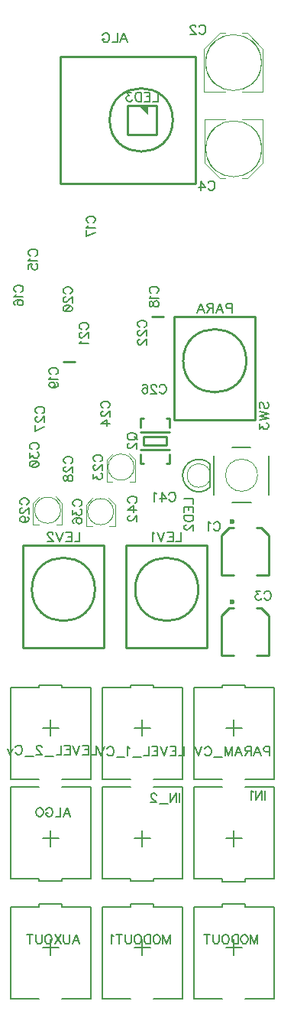
<source format=gbo>
G04 DipTrace 3.2.0.1*
G04 Mwarp.GBO*
%MOIN*%
G04 #@! TF.FileFunction,Legend,Bot*
G04 #@! TF.Part,Single*
%ADD10C,0.009843*%
%ADD16C,0.008*%
%ADD20C,0.006*%
%ADD25C,0.005984*%
%ADD28C,0.02362*%
%ADD29C,0.000013*%
%ADD30C,0.004*%
%ADD34C,0.005*%
%ADD78C,0.006176*%
%FSLAX26Y26*%
G04*
G70*
G90*
G75*
G01*
G04 BotSilk*
%LPD*%
X1220222Y3968533D2*
D10*
X629665D1*
Y4519746D1*
X1220222D1*
Y3968533D1*
X846237Y4244172D2*
G02X846237Y4244172I137797J0D01*
G01*
X552854Y1112768D2*
D20*
X622889D1*
X587889Y1147715D2*
Y1077772D1*
X637904Y937885D2*
X762889D1*
X537874D2*
X412889D1*
X537874Y1337894D2*
X412889D1*
X637904D2*
X762889D1*
Y937885D1*
X412889D2*
Y1337894D1*
X537874Y937885D2*
D25*
Y925411D1*
X637904D1*
Y937885D1*
X622924Y638010D2*
D20*
X552889D1*
X587889Y603063D2*
Y673007D1*
X537874Y812894D2*
X412889D1*
X637904D2*
X762889D1*
X637904Y412884D2*
X762889D1*
X537874D2*
X412889D1*
Y812894D1*
X762889D2*
Y412884D1*
X637904Y812894D2*
D25*
Y825368D1*
X537874D1*
Y812894D1*
X1333558Y2259642D2*
D10*
X1388687D1*
X1333558D2*
Y2434835D1*
X1367028Y2468301D2*
X1333558Y2434835D1*
X1367028Y2468301D2*
X1388687D1*
X1487091Y2259642D2*
X1542220D1*
Y2434835D1*
X1508750Y2468301D2*
X1542220Y2434835D1*
X1487091Y2468301D2*
X1508750D1*
D28*
X1380799Y2493892D3*
X1265110Y4494140D2*
D29*
G02X1265110Y4494140I122041J0D01*
G01*
X1424565Y4366177D2*
D30*
X1515104D1*
Y4555158D1*
X1448185Y4622103D1*
X1424565D1*
X1349738D2*
X1326118D1*
X1259199Y4555158D1*
Y4366177D1*
X1349738D1*
X1424565Y4378000D2*
G03X1424565Y4610280I-37416J116140D01*
G01*
X1349738Y4378000D2*
G02X1349738Y4610280I37416J116140D01*
G01*
X1333558Y1909642D2*
D10*
X1388687D1*
X1333558D2*
Y2084835D1*
X1367028Y2118301D2*
X1333558Y2084835D1*
X1367028Y2118301D2*
X1388687D1*
X1487091Y1909642D2*
X1542220D1*
Y2084835D1*
X1508750Y2118301D2*
X1542220Y2084835D1*
X1487091Y2118301D2*
X1508750D1*
D28*
X1380799Y2143892D3*
X1265848Y4118401D2*
D29*
G02X1265848Y4118401I122041J0D01*
G01*
X1350476Y4246364D2*
D30*
X1259936D1*
Y4057383D1*
X1326856Y3990438D1*
X1350476D1*
X1425302D2*
X1448923D1*
X1515842Y4057383D1*
Y4246364D1*
X1425302D1*
X1350476Y4234541D2*
G03X1350476Y4002261I37416J-116140D01*
G01*
X1425302Y4234541D2*
G02X1425302Y4002261I-37416J-116140D01*
G01*
X694711Y3191553D2*
D10*
X643569D1*
X1081460Y3387499D2*
X1030318D1*
X838806Y2730959D2*
D29*
G02X838806Y2730959I57083J0D01*
G01*
X933294Y2687657D2*
D30*
G03X933294Y2774260I-37399J43302D01*
G01*
X858484Y2687657D2*
G02X860462Y2776234I37384J43476D01*
G01*
X933294Y2667971D2*
X958881D1*
Y2762452D1*
X931316Y2790016D1*
X860462D2*
X832897Y2762452D1*
Y2667971D1*
X858484D1*
X518306Y2542959D2*
D29*
G02X518306Y2542959I57083J0D01*
G01*
X612794Y2499657D2*
D30*
G03X612794Y2586260I-37399J43302D01*
G01*
X537984Y2499657D2*
G02X539962Y2588234I37384J43476D01*
G01*
X612794Y2479971D2*
X638381D1*
Y2574452D1*
X610816Y2602016D1*
X539962D2*
X512397Y2574452D1*
Y2479971D1*
X537984D1*
X749556Y2536709D2*
D29*
G02X749556Y2536709I57083J0D01*
G01*
X844044Y2493408D2*
D30*
G03X844044Y2580011I-37399J43302D01*
G01*
X769235Y2493408D2*
G02X771213Y2581985I37384J43476D01*
G01*
X844044Y2473722D2*
X869632D1*
Y2568203D1*
X842066Y2595767D1*
X771213D2*
X743648Y2568203D1*
Y2473722D1*
X769235D1*
X1352854Y1112519D2*
D20*
X1422889D1*
X1387889Y1147466D2*
Y1077522D1*
X1437904Y937635D2*
X1562889D1*
X1337874D2*
X1212889D1*
X1337874Y1337645D2*
X1212889D1*
X1437904D2*
X1562889D1*
Y937635D1*
X1212889D2*
Y1337645D1*
X1337874Y937635D2*
D25*
Y925161D1*
X1437904D1*
Y937635D1*
X952854Y1112768D2*
D20*
X1022889D1*
X987889Y1147715D2*
Y1077772D1*
X1037904Y937885D2*
X1162889D1*
X937874D2*
X812889D1*
X937874Y1337894D2*
X812889D1*
X1037904D2*
X1162889D1*
Y937885D1*
X812889D2*
Y1337894D1*
X937874Y937885D2*
D25*
Y925411D1*
X1037904D1*
Y937885D1*
X1184196Y2694140D2*
D29*
G02X1184196Y2694140I51182J0D01*
G01*
X1285378Y2744149D2*
D34*
G03X1285378Y2644131I-49995J-50009D01*
G01*
Y2744149D2*
Y2644131D1*
X1272501Y2389083D2*
D10*
X918277D1*
Y1942207D1*
X1272501D1*
Y2389083D1*
X957616Y2198143D2*
G02X957616Y2198143I137751J0D01*
G01*
X821501Y2389083D2*
X467277D1*
Y1942207D1*
X821501D1*
Y2389083D1*
X506616Y2198143D2*
G02X506616Y2198143I137751J0D01*
G01*
X1022924Y1594261D2*
D20*
X952889D1*
X987889Y1559314D2*
Y1629257D1*
X937874Y1769144D2*
X812889D1*
X1037904D2*
X1162889D1*
X1037904Y1369135D2*
X1162889D1*
X937874D2*
X812889D1*
Y1769144D1*
X1162889D2*
Y1369135D1*
X1037904Y1769144D2*
D25*
Y1781618D1*
X937874D1*
Y1769144D1*
X622924Y1594261D2*
D20*
X552889D1*
X587889Y1559314D2*
Y1629257D1*
X537874Y1769144D2*
X412889D1*
X637904D2*
X762889D1*
X637904Y1369135D2*
X762889D1*
X537874D2*
X412889D1*
Y1769144D1*
X762889D2*
Y1369135D1*
X637904Y1769144D2*
D25*
Y1781618D1*
X537874D1*
Y1769144D1*
X1422924Y638010D2*
D20*
X1352889D1*
X1387889Y603063D2*
Y673007D1*
X1337874Y812894D2*
X1212889D1*
X1437904D2*
X1562889D1*
X1437904Y412884D2*
X1562889D1*
X1337874D2*
X1212889D1*
Y812894D1*
X1562889D2*
Y412884D1*
X1437904Y812894D2*
D25*
Y825368D1*
X1337874D1*
Y812894D1*
X1022924Y638010D2*
D20*
X952889D1*
X987889Y603063D2*
Y673007D1*
X937874Y812894D2*
X812889D1*
X1037904D2*
X1162889D1*
X1037904Y412884D2*
X1162889D1*
X937874D2*
X812889D1*
Y812894D1*
X1162889D2*
Y412884D1*
X1037904Y812894D2*
D25*
Y825368D1*
X937874D1*
Y812894D1*
X1482154Y3385405D2*
D10*
X1127931D1*
Y2938528D1*
X1482154D1*
Y3385405D1*
X1167269Y3194464D2*
G02X1167269Y3194464I137751J0D01*
G01*
X1422924Y1594261D2*
D20*
X1352889D1*
X1387889Y1559314D2*
Y1629257D1*
X1337874Y1769144D2*
X1212889D1*
X1437904D2*
X1562889D1*
X1437904Y1369135D2*
X1562889D1*
X1337874D2*
X1212889D1*
Y1769144D1*
X1562889D2*
Y1369135D1*
X1437904Y1769144D2*
D25*
Y1781618D1*
X1337874D1*
Y1769144D1*
X1107132Y2884618D2*
D10*
X981148D1*
X1107132Y2805887D2*
X981148D1*
X1094143Y2826490D2*
X994137D1*
Y2863991D1*
X1094143D1*
Y2826490D2*
Y2863991D1*
X1107132Y2943655D2*
Y2904289D1*
X981148D2*
Y2943655D1*
Y2786168D2*
Y2746802D1*
X1107132D2*
Y2786168D1*
Y2746802D2*
X1095315D1*
X1107132Y2943655D2*
X1095315D1*
X981148Y2746802D2*
X992965D1*
X981148Y2943655D2*
X992965D1*
X1352134Y2695640D2*
D29*
G02X1352134Y2695640I70006J0D01*
G01*
X1542142Y2780648D2*
D16*
Y2610632D1*
X1302137D2*
Y2780648D1*
X1461427Y2815628D2*
X1382147D1*
X1462611Y2575652D2*
X1382147D1*
X1050393Y4306640D2*
D10*
X925385D1*
Y4181640D1*
X1050393D1*
Y4306640D1*
G36*
X1012887D2*
Y4262890D1*
X975381Y4306640D1*
D1*
X1012887D1*
G37*
X892179Y4582999D2*
D78*
X907522Y4623191D1*
X922820Y4582999D1*
X917072Y4596396D2*
X897927D1*
X879827Y4623191D2*
Y4582999D1*
X856879D1*
X815832Y4613640D2*
X817733Y4617443D1*
X821580Y4621289D1*
X825383Y4623191D1*
X833032D1*
X836879Y4621289D1*
X840681Y4617443D1*
X842627Y4613640D1*
X844528Y4607892D1*
Y4598297D1*
X842627Y4592593D1*
X840681Y4588747D1*
X836879Y4584944D1*
X833032Y4582999D1*
X825383D1*
X821580Y4584944D1*
X817733Y4588747D1*
X815832Y4592593D1*
Y4598297D1*
X825383D1*
X644716Y1206776D2*
X660059Y1246968D1*
X675357Y1206776D1*
X669609Y1220173D2*
X650464D1*
X632365Y1246968D2*
Y1206776D1*
X609417D1*
X568369Y1237417D2*
X570271Y1241219D1*
X574117Y1245066D1*
X577920Y1246968D1*
X585569D1*
X589416Y1245066D1*
X593219Y1241219D1*
X595164Y1237417D1*
X597065Y1231669D1*
Y1222074D1*
X595164Y1216370D1*
X593219Y1212524D1*
X589416Y1208721D1*
X585569Y1206776D1*
X577920D1*
X574117Y1208721D1*
X570271Y1212524D1*
X568369Y1216370D1*
Y1222074D1*
X577920D1*
X544522Y1246968D2*
X548369Y1245066D1*
X552171Y1241219D1*
X554117Y1237417D1*
X556018Y1231669D1*
Y1222074D1*
X554117Y1216370D1*
X552171Y1212524D1*
X548369Y1208721D1*
X544522Y1206776D1*
X536873D1*
X533070Y1208721D1*
X529223Y1212524D1*
X527322Y1216370D1*
X525421Y1222074D1*
Y1231669D1*
X527322Y1237417D1*
X529223Y1241219D1*
X533070Y1245066D1*
X536873Y1246968D1*
X544522D1*
X684835Y653276D2*
X700178Y693468D1*
X715476Y653276D1*
X709728Y666673D2*
X690583D1*
X672483Y693468D2*
Y664772D1*
X670582Y659024D1*
X666735Y655221D1*
X660987Y653276D1*
X657185D1*
X651437Y655221D1*
X647590Y659024D1*
X645689Y664772D1*
Y693468D1*
X633337D2*
X606543Y653276D1*
Y693468D2*
X633337Y653276D1*
X582695Y693468D2*
X586542Y691566D1*
X590345Y687719D1*
X592290Y683917D1*
X594191Y678169D1*
Y668574D1*
X592290Y662870D1*
X590345Y659024D1*
X586542Y655221D1*
X582695Y653276D1*
X575046D1*
X571243Y655221D1*
X567397Y659024D1*
X565495Y662870D1*
X563594Y668574D1*
Y678169D1*
X565495Y683917D1*
X567397Y687719D1*
X571243Y691566D1*
X575046Y693468D1*
X582695D1*
X551243D2*
Y664772D1*
X549341Y659024D1*
X545495Y655221D1*
X539747Y653276D1*
X535944D1*
X530196Y655221D1*
X526349Y659024D1*
X524448Y664772D1*
Y693468D1*
X498699D2*
Y653276D1*
X512097Y693468D2*
X485302D1*
X1300514Y2483653D2*
X1302415Y2487456D1*
X1306262Y2491302D1*
X1310065Y2493204D1*
X1317714D1*
X1321561Y2491302D1*
X1325363Y2487456D1*
X1327309Y2483653D1*
X1329210Y2477905D1*
Y2468310D1*
X1327309Y2462607D1*
X1325363Y2458760D1*
X1321561Y2454957D1*
X1317714Y2453012D1*
X1310065D1*
X1306262Y2454957D1*
X1302415Y2458760D1*
X1300514Y2462607D1*
X1288163Y2485510D2*
X1284316Y2487456D1*
X1278568Y2493160D1*
Y2453012D1*
X1236377Y4648711D2*
X1238278Y4652513D1*
X1242125Y4656360D1*
X1245927Y4658261D1*
X1253576D1*
X1257423Y4656360D1*
X1261226Y4652513D1*
X1263171Y4648711D1*
X1265073Y4642963D1*
Y4633368D1*
X1263171Y4627664D1*
X1261226Y4623818D1*
X1257423Y4620015D1*
X1253576Y4618069D1*
X1245927D1*
X1242125Y4620015D1*
X1238278Y4623818D1*
X1236377Y4627664D1*
X1222080Y4648667D2*
Y4650568D1*
X1220178Y4654415D1*
X1218277Y4656316D1*
X1214430Y4658217D1*
X1206781D1*
X1202979Y4656316D1*
X1201077Y4654415D1*
X1199132Y4650568D1*
Y4646765D1*
X1201077Y4642919D1*
X1204880Y4637215D1*
X1224025Y4618069D1*
X1197231D1*
X1521114Y2181653D2*
X1523015Y2185456D1*
X1526862Y2189302D1*
X1530665Y2191204D1*
X1538314D1*
X1542161Y2189302D1*
X1545963Y2185456D1*
X1547909Y2181653D1*
X1549810Y2175905D1*
Y2166310D1*
X1547909Y2160607D1*
X1545963Y2156760D1*
X1542161Y2152957D1*
X1538314Y2151012D1*
X1530665D1*
X1526862Y2152957D1*
X1523015Y2156760D1*
X1521114Y2160607D1*
X1504916Y2191160D2*
X1483914D1*
X1495365Y2175861D1*
X1489617D1*
X1485815Y2173960D1*
X1483914Y2172058D1*
X1481968Y2166310D1*
Y2162508D1*
X1483914Y2156760D1*
X1487716Y2152913D1*
X1493464Y2151012D1*
X1499212D1*
X1504916Y2152913D1*
X1506817Y2154859D1*
X1508763Y2158661D1*
X1276065Y3968972D2*
X1277966Y3972775D1*
X1281813Y3976621D1*
X1285615Y3978523D1*
X1293265D1*
X1297111Y3976621D1*
X1300914Y3972775D1*
X1302859Y3968972D1*
X1304761Y3963224D1*
Y3953629D1*
X1302859Y3947925D1*
X1300914Y3944079D1*
X1297111Y3940276D1*
X1293265Y3938331D1*
X1285615D1*
X1281813Y3940276D1*
X1277966Y3944079D1*
X1276065Y3947925D1*
X1244568Y3938331D2*
Y3978478D1*
X1263713Y3951728D1*
X1235017D1*
X501176Y3651802D2*
X497374Y3653704D1*
X493527Y3657551D1*
X491626Y3661353D1*
Y3669002D1*
X493527Y3672849D1*
X497374Y3676652D1*
X501176Y3678597D1*
X506924Y3680498D1*
X516519D1*
X522223Y3678597D1*
X526070Y3676652D1*
X529872Y3672849D1*
X531818Y3669002D1*
Y3661353D1*
X529872Y3657550D1*
X526070Y3653704D1*
X522223Y3651802D1*
X499319Y3639451D2*
X497374Y3635604D1*
X491670Y3629856D1*
X531818D1*
X491670Y3594557D2*
Y3613658D1*
X508870Y3615559D1*
X506968Y3613658D1*
X505023Y3607910D1*
Y3602206D1*
X506968Y3596458D1*
X510771Y3592612D1*
X516519Y3590710D1*
X520322D1*
X526070Y3592612D1*
X529916Y3596458D1*
X531818Y3602206D1*
Y3607910D1*
X529916Y3613658D1*
X527971Y3615559D1*
X524168Y3617505D1*
X437927Y3494650D2*
X434124Y3496551D1*
X430278Y3500398D1*
X428376Y3504201D1*
Y3511850D1*
X430278Y3515697D1*
X434124Y3519499D1*
X437927Y3521445D1*
X443675Y3523346D1*
X453270D1*
X458973Y3521445D1*
X462820Y3519499D1*
X466623Y3515697D1*
X468568Y3511850D1*
Y3504200D1*
X466623Y3500398D1*
X462820Y3496551D1*
X458973Y3494650D1*
X436070Y3482299D2*
X434124Y3478452D1*
X428421Y3472704D1*
X468568D1*
X434124Y3437405D2*
X430322Y3439306D1*
X428420Y3445054D1*
Y3448856D1*
X430322Y3454604D1*
X436070Y3458451D1*
X445620Y3460352D1*
X455171D1*
X462820Y3458451D1*
X466667Y3454604D1*
X468568Y3448856D1*
Y3446955D1*
X466667Y3441251D1*
X462820Y3437405D1*
X457072Y3435503D1*
X455171D1*
X449423Y3437405D1*
X445620Y3441251D1*
X443719Y3446955D1*
Y3448856D1*
X445620Y3454604D1*
X449423Y3458451D1*
X455171Y3460352D1*
X753712Y3796338D2*
X749909Y3798239D1*
X746062Y3802086D1*
X744161Y3805889D1*
Y3813538D1*
X746062Y3817385D1*
X749909Y3821187D1*
X753712Y3823133D1*
X759460Y3825034D1*
X769054D1*
X774758Y3823133D1*
X778605Y3821187D1*
X782408Y3817385D1*
X784353Y3813538D1*
Y3805888D1*
X782408Y3802086D1*
X778605Y3798239D1*
X774758Y3796338D1*
X751855Y3783987D2*
X749909Y3780140D1*
X744205Y3774392D1*
X784353D1*
Y3754391D2*
X744205Y3735246D1*
Y3762040D1*
X1029176Y3489780D2*
X1025374Y3491682D1*
X1021527Y3495528D1*
X1019626Y3499331D1*
Y3506980D1*
X1021527Y3510827D1*
X1025374Y3514630D1*
X1029176Y3516575D1*
X1034924Y3518476D1*
X1044519D1*
X1050223Y3516575D1*
X1054070Y3514630D1*
X1057872Y3510827D1*
X1059818Y3506980D1*
Y3499331D1*
X1057872Y3495528D1*
X1054070Y3491682D1*
X1050223Y3489780D1*
X1027319Y3477429D2*
X1025374Y3473582D1*
X1019670Y3467834D1*
X1059818D1*
X1019670Y3445932D2*
X1021571Y3451636D1*
X1025374Y3453582D1*
X1029220D1*
X1033023Y3451636D1*
X1034968Y3447834D1*
X1036870Y3440184D1*
X1038771Y3434436D1*
X1042618Y3430634D1*
X1046420Y3428732D1*
X1052168D1*
X1055971Y3430634D1*
X1057916Y3432535D1*
X1059818Y3438283D1*
Y3445932D1*
X1057916Y3451636D1*
X1055971Y3453582D1*
X1052168Y3455483D1*
X1046420D1*
X1042618Y3453582D1*
X1038771Y3449735D1*
X1036870Y3444031D1*
X1034968Y3436382D1*
X1033023Y3432535D1*
X1029220Y3430634D1*
X1025374D1*
X1021571Y3432535D1*
X1019670Y3438283D1*
Y3445932D1*
X590584Y3135924D2*
X586782Y3137825D1*
X582935Y3141672D1*
X581034Y3145475D1*
Y3153124D1*
X582935Y3156971D1*
X586782Y3160773D1*
X590584Y3162719D1*
X596332Y3164620D1*
X605927D1*
X611631Y3162719D1*
X615478Y3160773D1*
X619280Y3156971D1*
X621226Y3153124D1*
Y3145475D1*
X619280Y3141672D1*
X615478Y3137825D1*
X611631Y3135924D1*
X588727Y3123573D2*
X586782Y3119726D1*
X581078Y3113978D1*
X621226D1*
X594431Y3076733D2*
X600179Y3078679D1*
X604026Y3082481D1*
X605927Y3088229D1*
Y3090130D1*
X604026Y3095878D1*
X600179Y3099681D1*
X594431Y3101627D1*
X592530D1*
X586782Y3099681D1*
X582979Y3095878D1*
X581078Y3090130D1*
Y3088229D1*
X582979Y3082481D1*
X586782Y3078679D1*
X594431Y3076733D1*
X604026D1*
X613576Y3078679D1*
X619324Y3082481D1*
X621226Y3088229D1*
Y3092032D1*
X619325Y3097780D1*
X615478Y3099681D1*
X652641Y3486938D2*
X648838Y3488839D1*
X644991Y3492686D1*
X643090Y3496488D1*
Y3504138D1*
X644991Y3507984D1*
X648838Y3511787D1*
X652641Y3513733D1*
X658389Y3515634D1*
X667984D1*
X673687Y3513732D1*
X677534Y3511787D1*
X681337Y3507984D1*
X683282Y3504138D1*
Y3496488D1*
X681337Y3492686D1*
X677534Y3488839D1*
X673687Y3486938D1*
X652685Y3472641D2*
X650784D1*
X646937Y3470740D1*
X645036Y3468838D1*
X643134Y3464992D1*
Y3457342D1*
X645036Y3453540D1*
X646937Y3451639D1*
X650784Y3449693D1*
X654586D1*
X658433Y3451639D1*
X664137Y3455441D1*
X683282Y3474586D1*
Y3447792D1*
X643134Y3423944D2*
X645036Y3429692D1*
X650784Y3433539D1*
X660334Y3435440D1*
X666082D1*
X675633Y3433539D1*
X681381Y3429692D1*
X683282Y3423944D1*
Y3420142D1*
X681381Y3414394D1*
X675633Y3410591D1*
X666082Y3408646D1*
X660334D1*
X650784Y3410591D1*
X645036Y3414394D1*
X643134Y3420142D1*
Y3423944D1*
X650784Y3410591D2*
X675633Y3433539D1*
X723176Y3331802D2*
X719374Y3333704D1*
X715527Y3337551D1*
X713626Y3341353D1*
Y3349002D1*
X715527Y3352849D1*
X719374Y3356652D1*
X723176Y3358597D1*
X728924Y3360498D1*
X738519D1*
X744223Y3358597D1*
X748070Y3356652D1*
X751872Y3352849D1*
X753818Y3349002D1*
Y3341353D1*
X751872Y3337550D1*
X748070Y3333704D1*
X744223Y3331802D1*
X723220Y3317506D2*
X721319D1*
X717472Y3315604D1*
X715571Y3313703D1*
X713670Y3309856D1*
Y3302207D1*
X715571Y3298405D1*
X717472Y3296503D1*
X721319Y3294558D1*
X725122D1*
X728968Y3296503D1*
X734672Y3300306D1*
X753818Y3319451D1*
Y3292656D1*
X721319Y3280305D2*
X719374Y3276458D1*
X713670Y3270710D1*
X753818D1*
X977334Y3341421D2*
X973531Y3343322D1*
X969684Y3347169D1*
X967783Y3350971D1*
Y3358621D1*
X969684Y3362467D1*
X973531Y3366270D1*
X977334Y3368215D1*
X983082Y3370117D1*
X992676D1*
X998380Y3368215D1*
X1002227Y3366270D1*
X1006030Y3362467D1*
X1007975Y3358621D1*
Y3350971D1*
X1006030Y3347169D1*
X1002227Y3343322D1*
X998380Y3341421D1*
X977378Y3327124D2*
X975477D1*
X971630Y3325223D1*
X969729Y3323321D1*
X967827Y3319475D1*
Y3311825D1*
X969729Y3308023D1*
X971630Y3306122D1*
X975477Y3304176D1*
X979279D1*
X983126Y3306122D1*
X988830Y3309924D1*
X1007975Y3329069D1*
Y3302275D1*
X977378Y3287978D2*
X975477D1*
X971630Y3286077D1*
X969729Y3284175D1*
X967827Y3280329D1*
Y3272679D1*
X969729Y3268877D1*
X971630Y3266976D1*
X975477Y3265030D1*
X979279D1*
X983126Y3266976D1*
X988830Y3270778D1*
X1007975Y3289923D1*
Y3263129D1*
X783869Y2755757D2*
X780067Y2757658D1*
X776220Y2761505D1*
X774319Y2765307D1*
Y2772957D1*
X776220Y2776803D1*
X780067Y2780606D1*
X783869Y2782551D1*
X789617Y2784453D1*
X799212D1*
X804916Y2782551D1*
X808762Y2780606D1*
X812565Y2776803D1*
X814511Y2772957D1*
Y2765307D1*
X812565Y2761505D1*
X808762Y2757658D1*
X804916Y2755757D1*
X783913Y2741460D2*
X782012D1*
X778165Y2739559D1*
X776264Y2737657D1*
X774363Y2733811D1*
Y2726161D1*
X776264Y2722359D1*
X778165Y2720457D1*
X782012Y2718512D1*
X785815D1*
X789661Y2720457D1*
X795365Y2724260D1*
X814511Y2743405D1*
Y2716611D1*
X774363Y2700413D2*
Y2679410D1*
X789661Y2690862D1*
Y2685114D1*
X791563Y2681311D1*
X793464Y2679410D1*
X799212Y2677465D1*
X803014D1*
X808762Y2679410D1*
X812609Y2683213D1*
X814511Y2688961D1*
Y2694709D1*
X812609Y2700413D1*
X810664Y2702314D1*
X806861Y2704259D1*
X817176Y2989353D2*
X813374Y2991254D1*
X809527Y2995101D1*
X807626Y2998904D1*
Y3006553D1*
X809527Y3010400D1*
X813374Y3014202D1*
X817176Y3016148D1*
X822924Y3018049D1*
X832519D1*
X838223Y3016148D1*
X842070Y3014202D1*
X845872Y3010400D1*
X847818Y3006553D1*
Y2998904D1*
X845872Y2995101D1*
X842070Y2991254D1*
X838223Y2989353D1*
X817220Y2975056D2*
X815319D1*
X811472Y2973155D1*
X809571Y2971254D1*
X807670Y2967407D1*
Y2959758D1*
X809571Y2955955D1*
X811472Y2954054D1*
X815319Y2952108D1*
X819122D1*
X822968Y2954054D1*
X828672Y2957856D1*
X847818Y2977002D1*
Y2950207D1*
Y2918710D2*
X807670D1*
X834420Y2937856D1*
Y2909160D1*
X1063930Y3081602D2*
X1065831Y3085405D1*
X1069678Y3089251D1*
X1073480Y3091153D1*
X1081130D1*
X1084976Y3089251D1*
X1088779Y3085405D1*
X1090724Y3081602D1*
X1092626Y3075854D1*
Y3066259D1*
X1090724Y3060555D1*
X1088779Y3056709D1*
X1084976Y3052906D1*
X1081130Y3050961D1*
X1073480D1*
X1069678Y3052906D1*
X1065831Y3056709D1*
X1063930Y3060555D1*
X1049633Y3081558D2*
Y3083459D1*
X1047731Y3087306D1*
X1045830Y3089207D1*
X1041983Y3091108D1*
X1034334D1*
X1030532Y3089207D1*
X1028630Y3087306D1*
X1026685Y3083459D1*
Y3079657D1*
X1028630Y3075810D1*
X1032433Y3070106D1*
X1051578Y3050961D1*
X1024784D1*
X989484Y3085405D2*
X991386Y3089207D1*
X997134Y3091108D1*
X1000936D1*
X1006684Y3089207D1*
X1010531Y3083459D1*
X1012432Y3073908D1*
Y3064358D1*
X1010531Y3056709D1*
X1006684Y3052862D1*
X1000936Y3050961D1*
X999035D1*
X993331Y3052862D1*
X989484Y3056709D1*
X987583Y3062457D1*
Y3064358D1*
X989484Y3070106D1*
X993331Y3073908D1*
X999035Y3075810D1*
X1000936D1*
X1006684Y3073908D1*
X1010531Y3070106D1*
X1012432Y3064358D1*
X531176Y2965473D2*
X527374Y2967375D1*
X523527Y2971221D1*
X521626Y2975024D1*
Y2982673D1*
X523527Y2986520D1*
X527374Y2990322D1*
X531176Y2992268D1*
X536924Y2994169D1*
X546519D1*
X552223Y2992268D1*
X556070Y2990322D1*
X559872Y2986520D1*
X561818Y2982673D1*
Y2975024D1*
X559872Y2971221D1*
X556070Y2967375D1*
X552223Y2965473D1*
X531220Y2951176D2*
X529319D1*
X525472Y2949275D1*
X523571Y2947374D1*
X521670Y2943527D1*
Y2935878D1*
X523571Y2932075D1*
X525472Y2930174D1*
X529319Y2928229D1*
X533122D1*
X536968Y2930174D1*
X542672Y2933977D1*
X561818Y2953122D1*
Y2926327D1*
Y2906327D2*
X521670Y2887181D1*
Y2913976D1*
X655176Y2747451D2*
X651374Y2749352D1*
X647527Y2753199D1*
X645626Y2757002D1*
Y2764651D1*
X647527Y2768498D1*
X651374Y2772300D1*
X655176Y2774246D1*
X660924Y2776147D1*
X670519D1*
X676223Y2774246D1*
X680070Y2772300D1*
X683872Y2768498D1*
X685818Y2764651D1*
Y2757002D1*
X683872Y2753199D1*
X680070Y2749352D1*
X676223Y2747451D1*
X655220Y2733154D2*
X653319D1*
X649472Y2731253D1*
X647571Y2729352D1*
X645670Y2725505D1*
Y2717856D1*
X647571Y2714053D1*
X649472Y2712152D1*
X653319Y2710206D1*
X657122D1*
X660968Y2712152D1*
X666672Y2715954D1*
X685818Y2735100D1*
Y2708305D1*
X645670Y2686403D2*
X647571Y2692107D1*
X651374Y2694053D1*
X655220D1*
X659023Y2692107D1*
X660968Y2688304D1*
X662870Y2680655D1*
X664771Y2674907D1*
X668618Y2671105D1*
X672420Y2669203D1*
X678168D1*
X681971Y2671105D1*
X683916Y2673006D1*
X685818Y2678754D1*
Y2686403D1*
X683916Y2692107D1*
X681971Y2694052D1*
X678168Y2695954D1*
X672420D1*
X668618Y2694052D1*
X664771Y2690206D1*
X662870Y2684502D1*
X660968Y2676853D1*
X659023Y2673006D1*
X655220Y2671105D1*
X651374D1*
X647571Y2673006D1*
X645670Y2678754D1*
Y2686403D1*
X463369Y2566806D2*
X459567Y2568707D1*
X455720Y2572554D1*
X453819Y2576357D1*
Y2584006D1*
X455720Y2587853D1*
X459567Y2591655D1*
X463369Y2593601D1*
X469117Y2595502D1*
X478712D1*
X484416Y2593601D1*
X488262Y2591655D1*
X492065Y2587853D1*
X494011Y2584006D1*
Y2576357D1*
X492065Y2572554D1*
X488262Y2568707D1*
X484416Y2566806D1*
X463413Y2552509D2*
X461512D1*
X457665Y2550608D1*
X455764Y2548707D1*
X453863Y2544860D1*
Y2537211D1*
X455764Y2533408D1*
X457665Y2531507D1*
X461512Y2529561D1*
X465315D1*
X469161Y2531507D1*
X474865Y2535309D1*
X494011Y2554455D1*
Y2527660D1*
X467216Y2490415D2*
X472964Y2492361D1*
X476811Y2496163D1*
X478712Y2501911D1*
Y2503813D1*
X476811Y2509561D1*
X472964Y2513363D1*
X467216Y2515309D1*
X465315D1*
X459567Y2513363D1*
X455764Y2509561D1*
X453863Y2503813D1*
Y2501911D1*
X455764Y2496163D1*
X459567Y2492361D1*
X467216Y2490415D1*
X476811D1*
X486361Y2492361D1*
X492109Y2496163D1*
X494011Y2501911D1*
Y2505714D1*
X492109Y2511462D1*
X488263Y2513363D1*
X506676Y2808652D2*
X502874Y2810553D1*
X499027Y2814400D1*
X497126Y2818202D1*
Y2825852D1*
X499027Y2829698D1*
X502874Y2833501D1*
X506676Y2835446D1*
X512424Y2837348D1*
X522019D1*
X527723Y2835446D1*
X531570Y2833501D1*
X535372Y2829698D1*
X537318Y2825852D1*
Y2818202D1*
X535372Y2814400D1*
X531570Y2810553D1*
X527723Y2808652D1*
X497170Y2792454D2*
Y2771451D1*
X512468Y2782903D1*
Y2777155D1*
X514370Y2773352D1*
X516271Y2771451D1*
X522019Y2769506D1*
X525822D1*
X531570Y2771451D1*
X535416Y2775254D1*
X537318Y2781002D1*
Y2786750D1*
X535416Y2792454D1*
X533471Y2794355D1*
X529668Y2796300D1*
X497170Y2745658D2*
X499071Y2751406D1*
X504819Y2755253D1*
X514370Y2757154D1*
X520118D1*
X529668Y2755253D1*
X535416Y2751406D1*
X537318Y2745658D1*
Y2741856D1*
X535416Y2736108D1*
X529668Y2732305D1*
X520118Y2730360D1*
X514370D1*
X504819Y2732305D1*
X499071Y2736108D1*
X497170Y2741856D1*
Y2745658D1*
X504819Y2732305D2*
X529668Y2755253D1*
X694620Y2560535D2*
X690817Y2562436D1*
X686970Y2566283D1*
X685069Y2570085D1*
Y2577735D1*
X686970Y2581581D1*
X690817Y2585384D1*
X694620Y2587329D1*
X700368Y2589231D1*
X709963D1*
X715666Y2587329D1*
X719513Y2585384D1*
X723316Y2581581D1*
X725261Y2577735D1*
Y2570085D1*
X723316Y2566283D1*
X719513Y2562436D1*
X715666Y2560535D1*
X685113Y2544337D2*
Y2523334D1*
X700412Y2534786D1*
Y2529038D1*
X702313Y2525235D1*
X704215Y2523334D1*
X709963Y2521389D1*
X713765D1*
X719513Y2523334D1*
X723360Y2527137D1*
X725261Y2532885D1*
Y2538633D1*
X723360Y2544336D1*
X721414Y2546238D1*
X717612Y2548183D1*
X690817Y2486089D2*
X687015Y2487991D1*
X685113Y2493739D1*
Y2497541D1*
X687015Y2503289D1*
X692763Y2507136D1*
X702313Y2509037D1*
X711864D1*
X719513Y2507136D1*
X723360Y2503289D1*
X725261Y2497541D1*
Y2495640D1*
X723360Y2489936D1*
X719513Y2486089D1*
X713765Y2484188D1*
X711864D1*
X706116Y2486089D1*
X702313Y2489936D1*
X700412Y2495640D1*
Y2497541D1*
X702313Y2503289D1*
X706116Y2507136D1*
X711864Y2509037D1*
X1105324Y2611602D2*
X1107225Y2615405D1*
X1111072Y2619251D1*
X1114875Y2621153D1*
X1122524D1*
X1126371Y2619251D1*
X1130173Y2615405D1*
X1132119Y2611602D1*
X1134020Y2605854D1*
Y2596259D1*
X1132119Y2590555D1*
X1130173Y2586709D1*
X1126371Y2582906D1*
X1122524Y2580961D1*
X1114875D1*
X1111072Y2582906D1*
X1107225Y2586709D1*
X1105324Y2590555D1*
X1073827Y2580961D2*
Y2621108D1*
X1092973Y2594358D1*
X1064277D1*
X1051925Y2613459D2*
X1048078Y2615405D1*
X1042330Y2621108D1*
Y2580961D1*
X935176Y2574424D2*
X931374Y2576325D1*
X927527Y2580172D1*
X925626Y2583975D1*
Y2591624D1*
X927527Y2595471D1*
X931374Y2599273D1*
X935176Y2601219D1*
X940924Y2603120D1*
X950519D1*
X956223Y2601219D1*
X960070Y2599273D1*
X963872Y2595471D1*
X965818Y2591624D1*
Y2583974D1*
X963872Y2580172D1*
X960070Y2576325D1*
X956223Y2574424D1*
X965818Y2542927D2*
X925670D1*
X952420Y2562073D1*
Y2533377D1*
X935220Y2519080D2*
X933319D1*
X929472Y2517179D1*
X927571Y2515277D1*
X925670Y2511430D1*
Y2503781D1*
X927571Y2499979D1*
X929472Y2498077D1*
X933319Y2496132D1*
X937122D1*
X940968Y2498077D1*
X946672Y2501880D1*
X965818Y2521025D1*
Y2494231D1*
X1524686Y1321718D2*
Y1281526D1*
X1485540Y1321718D2*
Y1281526D1*
X1512334Y1321718D1*
Y1281526D1*
X1473188Y1314025D2*
X1469342Y1315970D1*
X1463594Y1321674D1*
Y1281526D1*
X1151383Y1309468D2*
Y1269276D1*
X1112237Y1309468D2*
Y1269276D1*
X1139032Y1309468D1*
Y1269276D1*
X1099886Y1262643D2*
X1063541D1*
X1049244Y1299873D2*
Y1301774D1*
X1047343Y1305621D1*
X1045441Y1307522D1*
X1041595Y1309423D1*
X1033945D1*
X1030143Y1307522D1*
X1028241Y1305621D1*
X1026296Y1301774D1*
Y1297971D1*
X1028241Y1294125D1*
X1032044Y1288421D1*
X1051189Y1269276D1*
X1024395D1*
X1172091Y2593360D2*
X1212283D1*
Y2570412D1*
X1172091Y2533212D2*
Y2558061D1*
X1212283D1*
Y2533212D1*
X1191236Y2558061D2*
Y2542762D1*
X1172091Y2520860D2*
X1212283D1*
Y2507463D1*
X1210337Y2501715D1*
X1206535Y2497868D1*
X1202688Y2495967D1*
X1196984Y2494066D1*
X1187389D1*
X1181641Y2495967D1*
X1177839Y2497868D1*
X1173992Y2501715D1*
X1172091Y2507463D1*
Y2520860D1*
X1181685Y2479769D2*
X1179784D1*
X1175937Y2477867D1*
X1174036Y2475966D1*
X1172135Y2472119D1*
Y2464470D1*
X1174036Y2460668D1*
X1175937Y2458766D1*
X1179784Y2456821D1*
X1183587D1*
X1187433Y2458766D1*
X1193137Y2462569D1*
X1212283Y2481714D1*
Y2454920D1*
X1157911Y2447662D2*
Y2407470D1*
X1134963D1*
X1097762Y2447662D2*
X1122611D1*
Y2407470D1*
X1097762D1*
X1122611Y2428516D2*
X1107313D1*
X1085411Y2447662D2*
X1070112Y2407470D1*
X1054814Y2447662D1*
X1042462Y2439968D2*
X1038615Y2441914D1*
X1032867Y2447618D1*
Y2407470D1*
X715511Y2447662D2*
Y2407470D1*
X692563D1*
X655362Y2447662D2*
X680211D1*
Y2407470D1*
X655362D1*
X680211Y2428516D2*
X664913D1*
X643011Y2447662D2*
X627712Y2407470D1*
X612414Y2447662D1*
X598117Y2438067D2*
Y2439968D1*
X596215Y2443815D1*
X594314Y2445716D1*
X590467Y2447618D1*
X582818D1*
X579016Y2445716D1*
X577114Y2443815D1*
X575169Y2439968D1*
Y2436166D1*
X577114Y2432319D1*
X580917Y2426615D1*
X600062Y2407470D1*
X573267D1*
X1171106Y1512218D2*
Y1472026D1*
X1148158D1*
X1110957Y1512218D2*
X1135807D1*
Y1472026D1*
X1110957D1*
X1135807Y1493073D2*
X1120508D1*
X1098606Y1512218D2*
X1083307Y1472026D1*
X1068009Y1512218D1*
X1030808D2*
X1055657D1*
Y1472026D1*
X1030808D1*
X1055657Y1493073D2*
X1040359D1*
X1018457Y1512218D2*
Y1472026D1*
X995509D1*
X983158Y1465394D2*
X946812D1*
X934461Y1504525D2*
X930614Y1506470D1*
X924866Y1512174D1*
Y1472026D1*
X912515Y1465394D2*
X876169D1*
X835122Y1502668D2*
X837023Y1506470D1*
X840870Y1510317D1*
X844673Y1512218D1*
X852322D1*
X856169Y1510317D1*
X859971Y1506470D1*
X861917Y1502668D1*
X863818Y1496920D1*
Y1487325D1*
X861917Y1481621D1*
X859971Y1477774D1*
X856169Y1473972D1*
X852322Y1472026D1*
X844673D1*
X840870Y1473972D1*
X837023Y1477774D1*
X835122Y1481621D1*
X822771Y1512218D2*
X807472Y1472026D1*
X792174Y1512218D1*
X788381Y1518469D2*
Y1478277D1*
X765433D1*
X728233Y1518469D2*
X753082D1*
Y1478277D1*
X728233D1*
X753082Y1499323D2*
X737783D1*
X715881Y1518469D2*
X700583Y1478277D1*
X685284Y1518469D1*
X648084D2*
X672933D1*
Y1478277D1*
X648084D1*
X672933Y1499323D2*
X657634D1*
X635732Y1518469D2*
Y1478277D1*
X612784D1*
X600433Y1471644D2*
X564088D1*
X549791Y1508874D2*
Y1510775D1*
X547889Y1514622D1*
X545988Y1516523D1*
X542141Y1518425D1*
X534492D1*
X530690Y1516523D1*
X528788Y1514622D1*
X526843Y1510775D1*
Y1506973D1*
X528788Y1503126D1*
X532591Y1497422D1*
X551736Y1478277D1*
X524942D1*
X512590Y1471644D2*
X476245D1*
X435198Y1508918D2*
X437099Y1512721D1*
X440946Y1516568D1*
X444748Y1518469D1*
X452397D1*
X456244Y1516568D1*
X460047Y1512721D1*
X461992Y1508918D1*
X463893Y1503170D1*
Y1493575D1*
X461992Y1487872D1*
X460047Y1484025D1*
X456244Y1480222D1*
X452397Y1478277D1*
X444748D1*
X440946Y1480222D1*
X437099Y1484025D1*
X435198Y1487872D1*
X422846Y1505072D2*
X411350Y1478277D1*
X399898Y1505072D1*
X1461758Y653276D2*
Y693468D1*
X1477057Y653276D1*
X1492355Y693468D1*
Y653276D1*
X1437911Y693468D2*
X1441757Y691566D1*
X1445560Y687719D1*
X1447506Y683917D1*
X1449407Y678169D1*
Y668574D1*
X1447506Y662870D1*
X1445560Y659024D1*
X1441757Y655221D1*
X1437911Y653276D1*
X1430261D1*
X1426459Y655221D1*
X1422612Y659024D1*
X1420711Y662870D1*
X1418810Y668574D1*
Y678169D1*
X1420711Y683917D1*
X1422612Y687719D1*
X1426459Y691566D1*
X1430261Y693468D1*
X1437911D1*
X1406458D2*
Y653276D1*
X1393061D1*
X1387313Y655221D1*
X1383466Y659024D1*
X1381565Y662870D1*
X1379663Y668574D1*
Y678169D1*
X1381565Y683917D1*
X1383466Y687719D1*
X1387313Y691566D1*
X1393061Y693468D1*
X1406458D1*
X1355816D2*
X1359663Y691566D1*
X1363465Y687719D1*
X1365411Y683917D1*
X1367312Y678169D1*
Y668574D1*
X1365411Y662870D1*
X1363465Y659024D1*
X1359663Y655221D1*
X1355816Y653276D1*
X1348167D1*
X1344364Y655221D1*
X1340517Y659024D1*
X1338616Y662870D1*
X1336715Y668574D1*
Y678169D1*
X1338616Y683917D1*
X1340517Y687719D1*
X1344364Y691566D1*
X1348167Y693468D1*
X1355816D1*
X1324363D2*
Y664772D1*
X1322462Y659024D1*
X1318615Y655221D1*
X1312867Y653276D1*
X1309065D1*
X1303317Y655221D1*
X1299470Y659024D1*
X1297569Y664772D1*
Y693468D1*
X1271820D2*
Y653276D1*
X1285217Y693468D2*
X1258423D1*
X1078982Y653276D2*
Y693468D1*
X1094281Y653276D1*
X1109579Y693468D1*
Y653276D1*
X1055134Y693468D2*
X1058981Y691566D1*
X1062784Y687719D1*
X1064729Y683917D1*
X1066631Y678169D1*
Y668574D1*
X1064729Y662870D1*
X1062784Y659024D1*
X1058981Y655221D1*
X1055134Y653276D1*
X1047485D1*
X1043683Y655221D1*
X1039836Y659024D1*
X1037935Y662870D1*
X1036033Y668574D1*
Y678169D1*
X1037935Y683917D1*
X1039836Y687719D1*
X1043683Y691566D1*
X1047485Y693468D1*
X1055134D1*
X1023682D2*
Y653276D1*
X1010285D1*
X1004537Y655221D1*
X1000690Y659024D1*
X998789Y662870D1*
X996887Y668574D1*
Y678169D1*
X998789Y683917D1*
X1000690Y687719D1*
X1004537Y691566D1*
X1010285Y693468D1*
X1023682D1*
X973040D2*
X976887Y691566D1*
X980689Y687719D1*
X982635Y683917D1*
X984536Y678169D1*
Y668574D1*
X982635Y662870D1*
X980689Y659024D1*
X976887Y655221D1*
X973040Y653276D1*
X965390D1*
X961588Y655221D1*
X957741Y659024D1*
X955840Y662870D1*
X953939Y668574D1*
Y678169D1*
X955840Y683917D1*
X957741Y687719D1*
X961588Y691566D1*
X965390Y693468D1*
X973040D1*
X941587D2*
Y664772D1*
X939686Y659024D1*
X935839Y655221D1*
X930091Y653276D1*
X926289D1*
X920541Y655221D1*
X916694Y659024D1*
X914793Y664772D1*
Y693468D1*
X889044D2*
Y653276D1*
X902441Y693468D2*
X875647D1*
X863295Y685774D2*
X859448Y687719D1*
X853700Y693423D1*
Y653276D1*
X1381006Y3422937D2*
X1363762D1*
X1358058Y3424838D1*
X1356112Y3426783D1*
X1354211Y3430586D1*
Y3436334D1*
X1356112Y3440137D1*
X1358058Y3442082D1*
X1363762Y3443983D1*
X1381006D1*
Y3403791D1*
X1311218D2*
X1326561Y3443983D1*
X1341860Y3403791D1*
X1336112Y3417189D2*
X1316966D1*
X1298867Y3424838D2*
X1281667D1*
X1275919Y3426783D1*
X1273974Y3428685D1*
X1272072Y3432487D1*
Y3436334D1*
X1273974Y3440137D1*
X1275919Y3442082D1*
X1281667Y3443983D1*
X1298867D1*
Y3403791D1*
X1285470Y3424838D2*
X1272072Y3403791D1*
X1229079D2*
X1244422Y3443983D1*
X1259721Y3403791D1*
X1253973Y3417189D2*
X1234827D1*
X1545424Y1491172D2*
X1528179D1*
X1522476Y1493073D1*
X1520530Y1495018D1*
X1518629Y1498821D1*
Y1504569D1*
X1520530Y1508371D1*
X1522476Y1510317D1*
X1528179Y1512218D1*
X1545424D1*
Y1472026D1*
X1475636D2*
X1490979Y1512218D1*
X1506277Y1472026D1*
X1500529Y1485424D2*
X1481384D1*
X1463285Y1493073D2*
X1446085D1*
X1440337Y1495018D1*
X1438391Y1496920D1*
X1436490Y1500722D1*
Y1504569D1*
X1438391Y1508371D1*
X1440337Y1510317D1*
X1446085Y1512218D1*
X1463285D1*
Y1472026D1*
X1449887Y1493073D2*
X1436490Y1472026D1*
X1393497D2*
X1408840Y1512218D1*
X1424139Y1472026D1*
X1418391Y1485424D2*
X1399245D1*
X1350549Y1472026D2*
Y1512218D1*
X1365847Y1472026D1*
X1381146Y1512218D1*
Y1472026D1*
X1338197Y1465394D2*
X1301852D1*
X1260805Y1502668D2*
X1262706Y1506470D1*
X1266553Y1510317D1*
X1270355Y1512218D1*
X1278004D1*
X1281851Y1510317D1*
X1285654Y1506470D1*
X1287599Y1502668D1*
X1289500Y1496920D1*
Y1487325D1*
X1287599Y1481621D1*
X1285654Y1477774D1*
X1281851Y1473972D1*
X1278004Y1472026D1*
X1270355D1*
X1266553Y1473972D1*
X1262706Y1477774D1*
X1260805Y1481621D1*
X1248453Y1512218D2*
X1233155Y1472026D1*
X1217856Y1512218D1*
X922569Y2868650D2*
X924426Y2872453D1*
X928273Y2876300D1*
X932120Y2878201D1*
X937868Y2880146D1*
X947418D1*
X953166Y2878201D1*
X956969Y2876300D1*
X960816Y2872453D1*
X962717Y2868650D1*
Y2861001D1*
X960816Y2857154D1*
X956969Y2853352D1*
X953166Y2851450D1*
X947418Y2849505D1*
X937868D1*
X932120Y2851450D1*
X928273Y2853352D1*
X924426Y2857154D1*
X922569Y2861001D1*
Y2868650D1*
X955068Y2862902D2*
X966564Y2851450D1*
X932164Y2835208D2*
X930263D1*
X926416Y2833307D1*
X924515Y2831406D1*
X922613Y2827559D1*
Y2819910D1*
X924515Y2816107D1*
X926416Y2814206D1*
X930263Y2812260D1*
X934065D1*
X937912Y2814206D1*
X943616Y2818008D1*
X962761Y2837154D1*
Y2810359D1*
X1505309Y2986137D2*
X1501463Y2989939D1*
X1499561Y2995687D1*
Y3003336D1*
X1501463Y3009084D1*
X1505309Y3012931D1*
X1509112D1*
X1512959Y3010986D1*
X1514860Y3009084D1*
X1516761Y3005282D1*
X1520608Y2993786D1*
X1522509Y2989939D1*
X1524455Y2988038D1*
X1528257Y2986137D1*
X1534005Y2986136D1*
X1537808Y2989939D1*
X1539753Y2995687D1*
Y3003336D1*
X1537808Y3009084D1*
X1534005Y3012931D1*
X1499561Y2973785D2*
X1539753Y2964190D1*
X1499561Y2954640D1*
X1539753Y2945089D1*
X1499561Y2935494D1*
X1499606Y2919296D2*
X1499605Y2898294D1*
X1514904Y2909746D1*
Y2903998D1*
X1516805Y2900195D1*
X1518707Y2898294D1*
X1524455Y2896348D1*
X1528257D1*
X1534005Y2898294D1*
X1537852Y2902096D1*
X1539753Y2907844D1*
Y2913592D1*
X1537852Y2919296D1*
X1535907Y2921198D1*
X1532104Y2923143D1*
X1057109Y4365218D2*
Y4325026D1*
X1034161D1*
X996961Y4365218D2*
X1021810D1*
Y4325026D1*
X996961D1*
X1021810Y4346073D2*
X1006511D1*
X984609Y4365218D2*
Y4325026D1*
X971212D1*
X965464Y4326972D1*
X961617Y4330774D1*
X959716Y4334621D1*
X957815Y4340325D1*
Y4349920D1*
X959716Y4355668D1*
X961617Y4359470D1*
X965464Y4363317D1*
X971212Y4365218D1*
X984609D1*
X941617Y4365174D2*
X920614D1*
X932066Y4349875D1*
X926318D1*
X922516Y4347974D1*
X920614Y4346073D1*
X918669Y4340325D1*
Y4336522D1*
X920614Y4330774D1*
X924417Y4326927D1*
X930165Y4325026D1*
X935913D1*
X941617Y4326927D1*
X943518Y4328873D1*
X945463Y4332675D1*
M02*

</source>
